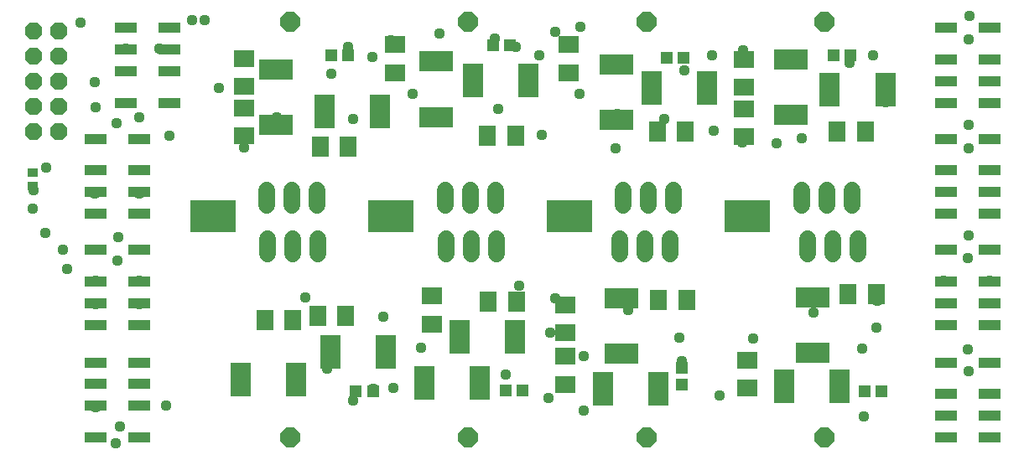
<source format=gbs>
G75*
%MOIN*%
%OFA0B0*%
%FSLAX25Y25*%
%IPPOS*%
%LPD*%
%AMOC8*
5,1,8,0,0,1.08239X$1,22.5*
%
%ADD10C,0.06737*%
%ADD11R,0.04737X0.05131*%
%ADD12R,0.07099X0.07898*%
%ADD13R,0.05131X0.04737*%
%ADD14R,0.07898X0.07099*%
%ADD15R,0.07887X0.13398*%
%ADD16R,0.13398X0.07887*%
%ADD17OC8,0.07709*%
%ADD18R,0.18123X0.12611*%
%ADD19OC8,0.06800*%
%ADD20R,0.04343X0.03556*%
%ADD21R,0.08674X0.03950*%
%ADD22C,0.04369*%
D10*
X0101150Y0089960D02*
X0101150Y0095897D01*
X0111150Y0095897D02*
X0111150Y0089960D01*
X0121150Y0089960D02*
X0121150Y0095897D01*
X0120756Y0109252D02*
X0120756Y0115189D01*
X0110756Y0115189D02*
X0110756Y0109252D01*
X0100756Y0109252D02*
X0100756Y0115189D01*
X0171622Y0115189D02*
X0171622Y0109252D01*
X0181622Y0109252D02*
X0181622Y0115189D01*
X0191622Y0115189D02*
X0191622Y0109252D01*
X0192016Y0095897D02*
X0192016Y0089960D01*
X0182016Y0089960D02*
X0182016Y0095897D01*
X0172016Y0095897D02*
X0172016Y0089960D01*
X0240913Y0089960D02*
X0240913Y0095897D01*
X0250913Y0095897D02*
X0250913Y0089960D01*
X0260913Y0089960D02*
X0260913Y0095897D01*
X0262488Y0109252D02*
X0262488Y0115189D01*
X0252488Y0115189D02*
X0252488Y0109252D01*
X0242488Y0109252D02*
X0242488Y0115189D01*
X0313354Y0115189D02*
X0313354Y0109252D01*
X0323354Y0109252D02*
X0323354Y0115189D01*
X0333354Y0115189D02*
X0333354Y0109252D01*
X0335717Y0095897D02*
X0335717Y0089960D01*
X0325717Y0089960D02*
X0325717Y0095897D01*
X0315717Y0095897D02*
X0315717Y0089960D01*
D11*
X0338276Y0035212D03*
X0344969Y0035212D03*
X0202291Y0035606D03*
X0195598Y0035606D03*
X0142921Y0035212D03*
X0136228Y0035212D03*
X0133079Y0168756D03*
X0126386Y0168756D03*
X0190795Y0172693D03*
X0197488Y0172693D03*
X0259693Y0167889D03*
X0266386Y0167889D03*
X0326071Y0168677D03*
X0332764Y0168677D03*
D12*
X0327441Y0138519D03*
X0338638Y0138519D03*
X0267220Y0138598D03*
X0256024Y0138598D03*
X0199583Y0136945D03*
X0188386Y0136945D03*
X0133205Y0132378D03*
X0122008Y0132378D03*
X0188858Y0070803D03*
X0200055Y0070803D03*
X0256496Y0071590D03*
X0267693Y0071590D03*
X0331850Y0073952D03*
X0343047Y0073952D03*
X0132181Y0065291D03*
X0120984Y0065291D03*
X0111236Y0063598D03*
X0100039Y0063598D03*
D13*
X0265835Y0044661D03*
X0265835Y0037968D03*
D14*
X0291858Y0036346D03*
X0291858Y0047543D03*
X0219417Y0049118D03*
X0219417Y0058393D03*
X0219417Y0069590D03*
X0166307Y0073134D03*
X0166307Y0061937D03*
X0219417Y0037921D03*
X0290283Y0136346D03*
X0290283Y0147543D03*
X0290283Y0156031D03*
X0290283Y0167228D03*
X0220598Y0161937D03*
X0220598Y0173134D03*
X0151701Y0173035D03*
X0151701Y0161838D03*
X0091858Y0156425D03*
X0091858Y0147937D03*
X0091858Y0136740D03*
X0091858Y0167622D03*
D15*
X0123748Y0146669D03*
X0145795Y0146669D03*
X0182803Y0158874D03*
X0204850Y0158874D03*
X0253669Y0155724D03*
X0275717Y0155724D03*
X0324535Y0155330D03*
X0346583Y0155330D03*
X0199339Y0056905D03*
X0177291Y0056905D03*
X0148157Y0051000D03*
X0126110Y0051000D03*
X0112331Y0039976D03*
X0090283Y0039976D03*
X0163512Y0038401D03*
X0185559Y0038401D03*
X0234378Y0036039D03*
X0256425Y0036039D03*
X0306425Y0037220D03*
X0328472Y0037220D03*
D16*
X0317843Y0050606D03*
X0317843Y0072653D03*
X0241858Y0072260D03*
X0241858Y0050212D03*
X0104457Y0141157D03*
X0104457Y0163204D03*
X0168236Y0166354D03*
X0168236Y0144307D03*
X0239890Y0143126D03*
X0239890Y0165173D03*
X0309181Y0167141D03*
X0309181Y0145094D03*
D17*
X0322567Y0182102D03*
X0251701Y0182102D03*
X0180835Y0182102D03*
X0109969Y0182102D03*
X0109969Y0016748D03*
X0180835Y0016748D03*
X0251701Y0016748D03*
X0322567Y0016748D03*
D18*
X0291858Y0104937D03*
X0220992Y0104937D03*
X0150126Y0104937D03*
X0079260Y0104937D03*
D19*
X0018118Y0138480D03*
X0008118Y0138480D03*
X0008118Y0148480D03*
X0018118Y0148480D03*
X0018118Y0158480D03*
X0008118Y0158480D03*
X0008118Y0168480D03*
X0018118Y0168480D03*
X0018118Y0178480D03*
X0008118Y0178480D03*
D20*
X0007606Y0122063D03*
X0007606Y0116945D03*
D21*
X0032803Y0016748D03*
X0050126Y0016748D03*
X0050126Y0029346D03*
X0050126Y0038008D03*
X0050126Y0046669D03*
X0032803Y0046669D03*
X0032803Y0038008D03*
X0032803Y0029346D03*
X0032803Y0061630D03*
X0032803Y0070291D03*
X0032803Y0078952D03*
X0050126Y0078952D03*
X0050126Y0070291D03*
X0050126Y0061630D03*
X0050126Y0091551D03*
X0032803Y0091551D03*
X0032803Y0105724D03*
X0050126Y0105724D03*
X0050126Y0114386D03*
X0050126Y0123047D03*
X0032803Y0123047D03*
X0032803Y0114386D03*
X0032803Y0135645D03*
X0050126Y0135645D03*
X0044614Y0149819D03*
X0061937Y0149819D03*
X0061937Y0162417D03*
X0044614Y0162417D03*
X0044614Y0171078D03*
X0044614Y0179740D03*
X0061937Y0179740D03*
X0061937Y0171078D03*
X0370598Y0167141D03*
X0387921Y0167141D03*
X0387921Y0158480D03*
X0387921Y0149819D03*
X0370598Y0149819D03*
X0370598Y0158480D03*
X0370598Y0179740D03*
X0387921Y0179740D03*
X0387921Y0135645D03*
X0370598Y0135645D03*
X0370598Y0123047D03*
X0370598Y0114386D03*
X0387921Y0114386D03*
X0387921Y0123047D03*
X0387921Y0105724D03*
X0370598Y0105724D03*
X0370598Y0091551D03*
X0387921Y0091551D03*
X0387921Y0078952D03*
X0387921Y0070291D03*
X0387921Y0061630D03*
X0370598Y0061630D03*
X0370598Y0070291D03*
X0370598Y0078952D03*
X0370598Y0046669D03*
X0387921Y0046669D03*
X0387921Y0034071D03*
X0387921Y0025409D03*
X0387921Y0016748D03*
X0370598Y0016748D03*
X0370598Y0025409D03*
X0370598Y0034071D03*
D22*
X0370205Y0034071D03*
X0370205Y0025409D03*
X0387921Y0025409D03*
X0387921Y0034071D03*
X0379654Y0043126D03*
X0379260Y0051787D03*
X0388512Y0070291D03*
X0388118Y0079149D03*
X0379260Y0088008D03*
X0379654Y0097063D03*
X0387921Y0114386D03*
X0387921Y0123047D03*
X0379654Y0131708D03*
X0370598Y0123047D03*
X0370598Y0114386D03*
X0379654Y0141157D03*
X0388118Y0158382D03*
X0388118Y0167240D03*
X0379654Y0175015D03*
X0380047Y0184464D03*
X0369614Y0167240D03*
X0370402Y0158382D03*
X0346780Y0150015D03*
X0332409Y0165960D03*
X0341858Y0168716D03*
X0306819Y0145094D03*
X0313315Y0135744D03*
X0303276Y0133874D03*
X0289693Y0134267D03*
X0278374Y0138697D03*
X0258689Y0143618D03*
X0239988Y0145586D03*
X0225224Y0153460D03*
X0209161Y0168716D03*
X0199634Y0172161D03*
X0191465Y0175409D03*
X0169417Y0177378D03*
X0149929Y0174819D03*
X0142646Y0168323D03*
X0133197Y0172161D03*
X0126504Y0161630D03*
X0135165Y0143618D03*
X0145500Y0143618D03*
X0158787Y0153460D03*
X0171583Y0145586D03*
X0192744Y0147555D03*
X0209969Y0137220D03*
X0239496Y0131807D03*
X0266661Y0162811D03*
X0277685Y0168716D03*
X0290185Y0170685D03*
X0225323Y0180134D03*
X0215382Y0178067D03*
X0104654Y0144110D03*
X0091858Y0132299D03*
X0061937Y0136827D03*
X0050126Y0144307D03*
X0041071Y0141945D03*
X0032803Y0148244D03*
X0032409Y0158086D03*
X0044614Y0162417D03*
X0061937Y0162417D03*
X0058000Y0171472D03*
X0044614Y0171472D03*
X0026898Y0181708D03*
X0070992Y0182889D03*
X0076110Y0182889D03*
X0081622Y0155724D03*
X0050126Y0123047D03*
X0050126Y0113992D03*
X0032409Y0113992D03*
X0032409Y0123047D03*
X0013118Y0124228D03*
X0008000Y0115173D03*
X0007606Y0107693D03*
X0012724Y0098244D03*
X0019811Y0091551D03*
X0021386Y0083677D03*
X0032803Y0079149D03*
X0032803Y0069799D03*
X0050028Y0069799D03*
X0050028Y0079149D03*
X0041465Y0087220D03*
X0041858Y0096669D03*
X0111051Y0063401D03*
X0115972Y0072653D03*
X0146976Y0064878D03*
X0167646Y0074228D03*
X0201110Y0077279D03*
X0215382Y0072260D03*
X0213413Y0058480D03*
X0199142Y0057004D03*
X0226701Y0049130D03*
X0195697Y0041748D03*
X0212724Y0032496D03*
X0226701Y0027476D03*
X0265579Y0047161D03*
X0264693Y0056512D03*
X0244417Y0067338D03*
X0268531Y0071275D03*
X0294122Y0056019D03*
X0318236Y0066354D03*
X0343039Y0060449D03*
X0337528Y0052181D03*
X0305933Y0038303D03*
X0280835Y0033382D03*
X0337921Y0025015D03*
X0370008Y0070291D03*
X0369614Y0079149D03*
X0343335Y0071275D03*
X0163217Y0034858D03*
X0150913Y0036433D03*
X0143039Y0036039D03*
X0135165Y0031413D03*
X0124831Y0044208D03*
X0146484Y0052575D03*
X0162213Y0052594D03*
X0162232Y0052575D03*
X0090382Y0042043D03*
X0060657Y0029346D03*
X0050028Y0038303D03*
X0032803Y0038303D03*
X0032803Y0028952D03*
X0042252Y0021078D03*
X0040677Y0014386D03*
M02*

</source>
